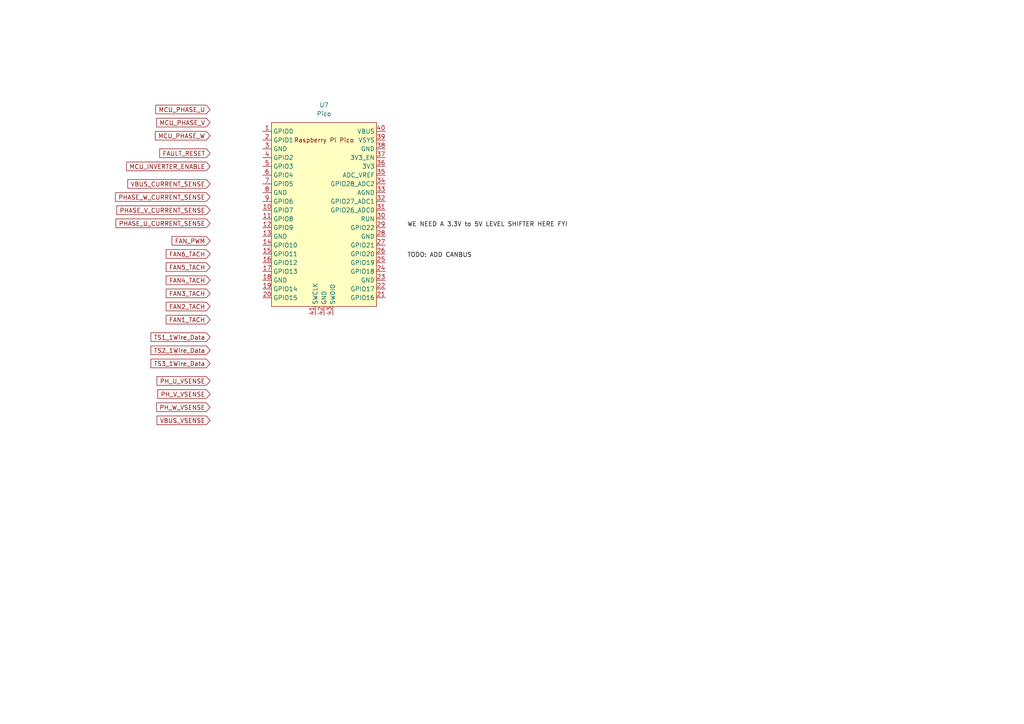
<source format=kicad_sch>
(kicad_sch (version 20231120) (generator "eeschema") (generator_version "8.0")
  (paper "A4")
  (title_block (title "1200V, 600A Traction Inverter") (date "2025-02-06") (rev "1") (company "University of California, Santa Cruz"))
  (lib_symbols
    (symbol "MCU_RaspberryPi_and_Boards:Pico"
      (property "Reference" "U" (at -13.97 27.94 0))
      (property "Value" "Pico" (at 0 19.05 0))
      (symbol "Pico_0_0"
        (text "Raspberry Pi Pico" (at 0 21.59 0) (effects (font (size 1.27 1.27))))
      )
      (symbol "Pico_0_1"
        (rectangle (start -15.24 26.67) (end 15.24 -26.67) (fill (type background)))
      )
      (symbol "Pico_1_1"
        (pin bidirectional line (at -17.78 24.13 0) (length 2.54) (name "GPIO0") (number "1"))
        (pin bidirectional line (at -17.78 1.27 0) (length 2.54) (name "GPIO7") (number "10"))
        (pin bidirectional line (at -17.78 -1.27 0) (length 2.54) (name "GPIO8") (number "11"))
        (pin bidirectional line (at -17.78 -3.81 0) (length 2.54) (name "GPIO9") (number "12"))
        (pin power_in line (at -17.78 -6.35 0) (length 2.54) (name "GND") (number "13"))
        (pin bidirectional line (at -17.78 -8.89 0) (length 2.54) (name "GPIO10") (number "14"))
        (pin bidirectional line (at -17.78 -11.43 0) (length 2.54) (name "GPIO11") (number "15"))
        (pin bidirectional line (at -17.78 -13.97 0) (length 2.54) (name "GPIO12") (number "16"))
        (pin bidirectional line (at -17.78 -16.51 0) (length 2.54) (name "GPIO13") (number "17"))
        (pin power_in line (at -17.78 -19.05 0) (length 2.54) (name "GND") (number "18"))
        (pin bidirectional line (at -17.78 -21.59 0) (length 2.54) (name "GPIO14") (number "19"))
        (pin bidirectional line (at -17.78 21.59 0) (length 2.54) (name "GPIO1") (number "2"))
        (pin bidirectional line (at -17.78 -24.13 0) (length 2.54) (name "GPIO15") (number "20"))
        (pin bidirectional line (at 17.78 -24.13 180) (length 2.54) (name "GPIO16") (number "21"))
        (pin bidirectional line (at 17.78 -21.59 180) (length 2.54) (name "GPIO17") (number "22"))
        (pin power_in line (at 17.78 -19.05 180) (length 2.54) (name "GND") (number "23"))
        (pin bidirectional line (at 17.78 -16.51 180) (length 2.54) (name "GPIO18") (number "24"))
        (pin bidirectional line (at 17.78 -13.97 180) (length 2.54) (name "GPIO19") (number "25"))
        (pin bidirectional line (at 17.78 -11.43 180) (length 2.54) (name "GPIO20") (number "26"))
        (pin bidirectional line (at 17.78 -8.89 180) (length 2.54) (name "GPIO21") (number "27"))
        (pin power_in line (at 17.78 -6.35 180) (length 2.54) (name "GND") (number "28"))
        (pin bidirectional line (at 17.78 -3.81 180) (length 2.54) (name "GPIO22") (number "29"))
        (pin power_in line (at -17.78 19.05 0) (length 2.54) (name "GND") (number "3"))
        (pin input line (at 17.78 -1.27 180) (length 2.54) (name "RUN") (number "30"))
        (pin bidirectional line (at 17.78 1.27 180) (length 2.54) (name "GPIO26_ADC0") (number "31"))
        (pin bidirectional line (at 17.78 3.81 180) (length 2.54) (name "GPIO27_ADC1") (number "32"))
        (pin power_in line (at 17.78 6.35 180) (length 2.54) (name "AGND") (number "33"))
        (pin bidirectional line (at 17.78 8.89 180) (length 2.54) (name "GPIO28_ADC2") (number "34"))
        (pin power_in line (at 17.78 11.43 180) (length 2.54) (name "ADC_VREF") (number "35"))
        (pin power_in line (at 17.78 13.97 180) (length 2.54) (name "3V3") (number "36"))
        (pin input line (at 17.78 16.51 180) (length 2.54) (name "3V3_EN") (number "37"))
        (pin bidirectional line (at 17.78 19.05 180) (length 2.54) (name "GND") (number "38"))
        (pin power_in line (at 17.78 21.59 180) (length 2.54) (name "VSYS") (number "39"))
        (pin bidirectional line (at -17.78 16.51 0) (length 2.54) (name "GPIO2") (number "4"))
        (pin power_in line (at 17.78 24.13 180) (length 2.54) (name "VBUS") (number "40"))
        (pin input line (at -2.54 -29.21 90) (length 2.54) (name "SWCLK") (number "41"))
        (pin power_in line (at 0 -29.21 90) (length 2.54) (name "GND") (number "42"))
        (pin bidirectional line (at 2.54 -29.21 90) (length 2.54) (name "SWDIO") (number "43"))
        (pin bidirectional line (at -17.78 13.97 0) (length 2.54) (name "GPIO3") (number "5"))
        (pin bidirectional line (at -17.78 11.43 0) (length 2.54) (name "GPIO4") (number "6"))
        (pin bidirectional line (at -17.78 8.89 0) (length 2.54) (name "GPIO5") (number "7"))
        (pin power_in line (at -17.78 6.35 0) (length 2.54) (name "GND") (number "8"))
        (pin bidirectional line (at -17.78 3.81 0) (length 2.54) (name "GPIO6") (number "9"))
      )
    )
  )
  (label "TODO: ADD CANBUS" (at 118.11 74.93 0))
  (label "WE NEED A 3.3V to 5V LEVEL SHIFTER HERE FYI" (at 118.11 66.04 0))
  (global_label "PHASE_W_CURRENT_SENSE" (shape input) (at 60.96 57.15 180) (property "Intersheetrefs" "${INTERSHEET_REFS}" (effects (hide yes))))
  (global_label "VBUS_CURRENT_SENSE" (shape input) (at 60.96 53.34 180) (property "Intersheetrefs" "${INTERSHEET_REFS}" (effects (hide yes))))
  (global_label "FAN1_TACH" (shape input) (at 60.96 92.71 180) (property "Intersheetrefs" "${INTERSHEET_REFS}" (effects (hide yes))))
  (global_label "MCU_INVERTER_ENABLE" (shape input) (at 60.96 48.26 180) (property "Intersheetrefs" "${INTERSHEET_REFS}" (effects (hide yes))))
  (global_label "VBUS_VSENSE" (shape input) (at 60.96 121.92 180) (property "Intersheetrefs" "${INTERSHEET_REFS}" (effects (hide yes))))
  (global_label "TS1_1Wire_Data" (shape input) (at 60.96 97.79 180) (property "Intersheetrefs" "${INTERSHEET_REFS}" (effects (hide yes))))
  (global_label "PHASE_V_CURRENT_SENSE" (shape input) (at 60.96 60.96 180) (property "Intersheetrefs" "${INTERSHEET_REFS}" (effects (hide yes))))
  (global_label "PH_V_VSENSE" (shape input) (at 60.96 114.3 180) (property "Intersheetrefs" "${INTERSHEET_REFS}" (effects (hide yes))))
  (global_label "FAN5_TACH" (shape input) (at 60.96 77.47 180) (property "Intersheetrefs" "${INTERSHEET_REFS}" (effects (hide yes))))
  (global_label "TS3_1Wire_Data" (shape input) (at 60.96 105.41 180) (property "Intersheetrefs" "${INTERSHEET_REFS}" (effects (hide yes))))
  (global_label "PH_W_VSENSE" (shape input) (at 60.96 118.11 180) (property "Intersheetrefs" "${INTERSHEET_REFS}" (effects (hide yes))))
  (global_label "FAULT_RESET" (shape input) (at 60.96 44.45 180) (property "Intersheetrefs" "${INTERSHEET_REFS}" (effects (hide yes))))
  (global_label "FAN2_TACH" (shape input) (at 60.96 88.9 180) (property "Intersheetrefs" "${INTERSHEET_REFS}" (effects (hide yes))))
  (global_label "MCU_PHASE_V" (shape input) (at 60.96 35.56 180) (property "Intersheetrefs" "${INTERSHEET_REFS}" (effects (hide yes))))
  (global_label "FAN6_TACH" (shape input) (at 60.96 73.66 180) (property "Intersheetrefs" "${INTERSHEET_REFS}" (effects (hide yes))))
  (global_label "MCU_PHASE_U" (shape input) (at 60.96 31.75 180) (property "Intersheetrefs" "${INTERSHEET_REFS}" (effects (hide yes))))
  (global_label "FAN3_TACH" (shape input) (at 60.96 85.09 180) (property "Intersheetrefs" "${INTERSHEET_REFS}" (effects (hide yes))))
  (global_label "MCU_PHASE_W" (shape input) (at 60.96 39.37 180) (property "Intersheetrefs" "${INTERSHEET_REFS}" (effects (hide yes))))
  (global_label "PHASE_U_CURRENT_SENSE" (shape input) (at 60.96 64.77 180) (property "Intersheetrefs" "${INTERSHEET_REFS}" (effects (hide yes))))
  (global_label "PH_U_VSENSE" (shape input) (at 60.96 110.49 180) (property "Intersheetrefs" "${INTERSHEET_REFS}" (effects (hide yes))))
  (global_label "FAN4_TACH" (shape input) (at 60.96 81.28 180) (property "Intersheetrefs" "${INTERSHEET_REFS}" (effects (hide yes))))
  (global_label "TS2_1Wire_Data" (shape input) (at 60.96 101.6 180) (property "Intersheetrefs" "${INTERSHEET_REFS}" (effects (hide yes))))
  (global_label "FAN_PWM" (shape input) (at 60.96 69.85 180) (property "Intersheetrefs" "${INTERSHEET_REFS}" (effects (hide yes))))
  (symbol (lib_id "MCU_RaspberryPi_and_Boards:Pico") (at 93.98 62.23 0) (unit 1)
    (property "Reference" "U7" (at 93.98 30.48 0))
    (property "Value" "Pico" (at 93.98 33.02 0))
    (property "Footprint" "RPi_Pico:RPi_Pico_SMD_TH" (effects (hide yes)))
  )
)
</source>
